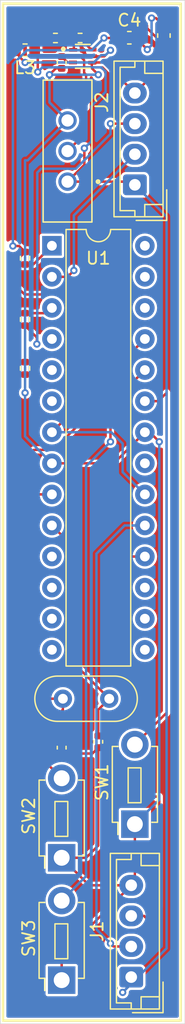
<source format=kicad_pcb>
(kicad_pcb (version 20240108) (generator "pcbnew") (generator_version "8.0")
  (layers (0 "F.Cu" signal) (31 "B.Cu" signal) (34 "B.Paste" user) (35 "F.Paste" user) (36 "B.SilkS" user "B.Silkscreen") (37 "F.SilkS" user "F.Silkscreen") (38 "B.Mask" user) (39 "F.Mask" user) (44 "Edge.Cuts" user))
  (net 0 "")
  (net 1 "Net-(U1-XTAL1{slash}PB6)")
  (net 2 "GND")
  (net 3 "Net-(U1-XTAL2{slash}PB7)")
  (net 4 "os1")
  (net 5 "os2")
  (net 6 "tx")
  (net 7 "rx")
  (net 8 "Net-(U1-~{RESET}{slash}PC6)")
  (net 9 "Net-(U1-PD1)")
  (net 13 "middle")
  (net 17 "left")
  (net 26 "Net-(C4-Pad2)")
  (net 27 "Net-(U3-SW)")
  (net 28 "Net-(U3-FB)")
  (net 29 "Net-(U3-EN)")
  (net 30 "Right")
  (net 31 "vcc2")
  (net 32 "vcc1")
  (footprint "Resistor_SMD:R_0402_1005Metric" (layer "F.Cu") (at 106 86 90)
    (property "Reference" "R1" (hide yes))
    (property "Value" "10k")
    (fp_line (start -0.153641 -0.38) (end 0.153641 -0.38) (stroke (width 0.12)) (layer "F.SilkS"))
    (fp_line (start -0.153641 0.38) (end 0.153641 0.38) (stroke (width 0.12)) (layer "F.SilkS"))
    (pad "1" smd roundrect (at -0.51 0 90) (size 0.54 0.64) (layers "F.Cu" "F.Paste" "F.Mask") (net 8 "Net-(U1-~{RESET}{slash}PC6)"))
    (pad "2" smd roundrect (at 0.51 0 90) (size 0.54 0.64) (layers "F.Cu" "F.Paste" "F.Mask") (net 31 "vcc2"))
  )
  (footprint "Crystal:Crystal_HC52-8mm_Vertical" (layer "F.Cu") (at 112.9 122 180)
    (property "Reference" "Y2" (hide yes))
    (property "Value" "Crystal")
    (fp_line (start -0.45 1.85) (end 4.25 1.85) (stroke (width 0.12)) (layer "F.SilkS"))
    (fp_line (start -0.45 -1.85) (end 4.25 -1.85) (stroke (width 0.12)) (layer "F.SilkS"))
    (fp_arc (start 4.25 -1.85) (mid 6.1 0) (end 4.25 1.85) (stroke (width 0.12)) (layer "F.SilkS"))
    (fp_arc (start -0.45 1.85) (mid -2.3 0) (end -0.45 -1.85) (stroke (width 0.12)) (layer "F.SilkS"))
    (pad "1" thru_hole circle (at 0 0 180) (size 1.5 1.5) (drill 0.8) (layers "*.Cu" "*.Mask") (net 3 "Net-(U1-XTAL2{slash}PB7)"))
    (pad "2" thru_hole circle (at 3.8 0 180) (size 1.5 1.5) (drill 0.8) (layers "*.Cu" "*.Mask") (net 1 "Net-(U1-XTAL1{slash}PB6)"))
  )
  (footprint "Connector_JST:JST_EH_B4B-EH-A_1x04_P2.50mm_Vertical" (layer "F.Cu") (at 114.7 144.75 90)
    (property "Reference" "J1" (at 3.75 -2.8 90) (layer "F.SilkS"))
    (property "Value" "Conn_01x04_Socket" (hide yes))
    (fp_line (start 10.11 -1.71) (end -2.61 -1.71) (stroke (width 0.12)) (layer "F.SilkS"))
    (fp_line (start -2.61 -1.71) (end -2.61 2.31) (stroke (width 0.12)) (layer "F.SilkS"))
    (fp_line (start 9.61 -1.21) (end 9.61 0) (stroke (width 0.12)) (layer "F.SilkS"))
    (fp_line (start -2.11 -1.21) (end 9.61 -1.21) (stroke (width 0.12)) (layer "F.SilkS"))
    (fp_line (start 9.61 0) (end 10.11 0) (stroke (width 0.12)) (layer "F.SilkS"))
    (fp_line (start -2.11 0) (end -2.11 -1.21) (stroke (width 0.12)) (layer "F.SilkS"))
    (fp_line (start -2.61 0) (end -2.11 0) (stroke (width 0.12)) (layer "F.SilkS"))
    (fp_line (start -2.91 0.11) (end -2.91 2.61) (stroke (width 0.12)) (layer "F.SilkS"))
    (fp_line (start 10.11 0.81) (end 9.11 0.81) (stroke (width 0.12)) (layer "F.SilkS"))
    (fp_line (start 9.11 0.81) (end 9.11 2.31) (stroke (width 0.12)) (layer "F.SilkS"))
    (fp_line (start -1.61 0.81) (end -1.61 2.31) (stroke (width 0.12)) (layer "F.SilkS"))
    (fp_line (start -2.61 0.81) (end -1.61 0.81) (stroke (width 0.12)) (layer "F.SilkS"))
    (fp_line (start 10.11 2.31) (end 10.11 -1.71) (stroke (width 0.12)) (layer "F.SilkS"))
    (fp_line (start -2.61 2.31) (end 10.11 2.31) (stroke (width 0.12)) (layer "F.SilkS"))
    (fp_line (start -2.91 2.61) (end -0.41 2.61) (stroke (width 0.12)) (layer "F.SilkS"))
    (pad "1" thru_hole roundrect (at 0 0 90) (size 1.7 1.95) (drill 0.95) (layers "*.Cu" "*.Mask") (roundrect_rratio 0.147059) (net 32 "vcc1"))
    (pad "2" thru_hole oval (at 2.5 0 90) (size 1.7 1.95) (drill 0.95) (layers "*.Cu" "*.Mask") (net 4 "os1"))
    (pad "3" thru_hole oval (at 5 0 90) (size 1.7 1.95) (drill 0.95) (layers "*.Cu" "*.Mask") (net 5 "os2"))
    (pad "4" thru_hole oval (at 7.5 0 90) (size 1.7 1.95) (drill 0.95) (layers "*.Cu" "*.Mask") (net 2 "GND"))
  )
  (footprint "EG1218:SW_EG1218" (layer "F.Cu") (at 109.48 77.24 90)
    (property "Reference" "S2" (hide yes))
    (property "Value" "EG1218")
    (fp_line (start -5.8 -2) (end 5.8 -2) (stroke (width 0.127)) (layer "F.SilkS"))
    (fp_line (start 5.8 2) (end 5.8 -2) (stroke (width 0.127)) (layer "F.SilkS"))
    (fp_line (start -5.8 2) (end -5.8 -2) (stroke (width 0.127)) (layer "F.SilkS"))
    (fp_line (start -5.8 2) (end 5.8 2) (stroke (width 0.127)) (layer "F.SilkS"))
    (fp_circle (center -2.5 2.5) (end -2.5 2.4) (stroke (width 0.2)) (fill none) (layer "F.SilkS"))
    (pad "1" thru_hole circle (at -2.5 0 90) (size 1.508 1.508) (drill 1) (layers "*.Cu" "*.Mask") (net 32 "vcc1"))
    (pad "2" thru_hole circle (at 0 0 90) (size 1.508 1.508) (drill 1) (layers "*.Cu" "*.Mask") (net 29 "Net-(U3-EN)"))
    (pad "3" thru_hole circle (at 2.5 0 90) (size 1.508 1.508) (drill 1) (layers "*.Cu" "*.Mask") (net 2 "GND"))
  )
  (footprint "Package_DIP:DIP-28_W7.62mm" (layer "F.Cu") (at 108.2 84.98)
    (property "Reference" "U1" (at 3.8 1.02 0) (layer "F.SilkS"))
    (property "Value" "ATmega328P-P" (hide yes))
    (fp_line (start 1.16 -1.33) (end 1.16 34.35) (stroke (width 0.12)) (layer "F.SilkS"))
    (fp_line (start 1.16 34.35) (end 6.46 34.35) (stroke (width 0.12)) (layer "F.SilkS"))
    (fp_line (start 2.81 -1.33) (end 1.16 -1.33) (stroke (width 0.12)) (layer "F.SilkS"))
    (fp_line (start 6.46 -1.33) (end 4.81 -1.33) (stroke (width 0.12)) (layer "F.SilkS"))
    (fp_line (start 6.46 34.35) (end 6.46 -1.33) (stroke (width 0.12)) (layer "F.SilkS"))
    (fp_arc (start 4.81 -1.33) (mid 3.81 -0.33) (end 2.81 -1.33) (stroke (width 0.12)) (layer "F.SilkS"))
    (pad "1" thru_hole rect (at 0 0) (size 1.6 1.6) (drill 0.8) (layers "*.Cu" "*.Mask") (net 8 "Net-(U1-~{RESET}{slash}PC6)"))
    (pad "2" thru_hole oval (at 0 2.54) (size 1.6 1.6) (drill 0.8) (layers "*.Cu" "*.Mask") (net 6 "tx"))
    (pad "3" thru_hole oval (at 0 5.08) (size 1.6 1.6) (drill 0.8) (layers "*.Cu" "*.Mask") (net 9 "Net-(U1-PD1)"))
    (pad "4" thru_hole oval (at 0 7.62) (size 1.6 1.6) (drill 0.8) (layers "*.Cu" "*.Mask"))
    (pad "5" thru_hole oval (at 0 10.16) (size 1.6 1.6) (drill 0.8) (layers "*.Cu" "*.Mask"))
    (pad "6" thru_hole oval (at 0 12.7) (size 1.6 1.6) (drill 0.8) (layers "*.Cu" "*.Mask"))
    (pad "7" thru_hole oval (at 0 15.24) (size 1.6 1.6) (drill 0.8) (layers "*.Cu" "*.Mask") (net 31 "vcc2"))
    (pad "8" thru_hole oval (at 0 17.78) (size 1.6 1.6) (drill 0.8) (layers "*.Cu" "*.Mask") (net 2 "GND"))
    (pad "9" thru_hole oval (at 0 20.32) (size 1.6 1.6) (drill 0.8) (layers "*.Cu" "*.Mask") (net 1 "Net-(U1-XTAL1{slash}PB6)"))
    (pad "10" thru_hole oval (at 0 22.86) (size 1.6 1.6) (drill 0.8) (layers "*.Cu" "*.Mask") (net 3 "Net-(U1-XTAL2{slash}PB7)"))
    (pad "11" thru_hole oval (at 0 25.4) (size 1.6 1.6) (drill 0.8) (layers "*.Cu" "*.Mask"))
    (pad "12" thru_hole oval (at 0 27.94) (size 1.6 1.6) (drill 0.8) (layers "*.Cu" "*.Mask"))
    (pad "13" thru_hole oval (at 0 30.48) (size 1.6 1.6) (drill 0.8) (layers "*.Cu" "*.Mask"))
    (pad "14" thru_hole oval (at 0 33.02) (size 1.6 1.6) (drill 0.8) (layers "*.Cu" "*.Mask"))
    (pad "15" thru_hole oval (at 7.62 33.02) (size 1.6 1.6) (drill 0.8) (layers "*.Cu" "*.Mask"))
    (pad "16" thru_hole oval (at 7.62 30.48) (size 1.6 1.6) (drill 0.8) (layers "*.Cu" "*.Mask"))
    (pad "17" thru_hole oval (at 7.62 27.94) (size 1.6 1.6) (drill 0.8) (layers "*.Cu" "*.Mask"))
    (pad "18" thru_hole oval (at 7.62 25.4) (size 1.6 1.6) (drill 0.8) (layers "*.Cu" "*.Mask") (net 5 "os2"))
    (pad "19" thru_hole oval (at 7.62 22.86) (size 1.6 1.6) (drill 0.8) (layers "*.Cu" "*.Mask") (net 4 "os1"))
    (pad "20" thru_hole oval (at 7.62 20.32) (size 1.6 1.6) (drill 0.8) (layers "*.Cu" "*.Mask") (net 31 "vcc2"))
    (pad "21" thru_hole oval (at 7.62 17.78) (size 1.6 1.6) (drill 0.8) (layers "*.Cu" "*.Mask"))
    (pad "22" thru_hole oval (at 7.62 15.24) (size 1.6 1.6) (drill 0.8) (layers "*.Cu" "*.Mask") (net 2 "GND"))
    (pad "23" thru_hole oval (at 7.62 12.7) (size 1.6 1.6) (drill 0.8) (layers "*.Cu" "*.Mask") (net 17 "left"))
    (pad "24" thru_hole oval (at 7.62 10.16) (size 1.6 1.6) (drill 0.8) (layers "*.Cu" "*.Mask") (net 30 "Right"))
    (pad "25" thru_hole oval (at 7.62 7.62) (size 1.6 1.6) (drill 0.8) (layers "*.Cu" "*.Mask") (net 13 "middle"))
    (pad "26" thru_hole oval (at 7.62 5.08) (size 1.6 1.6) (drill 0.8) (layers "*.Cu" "*.Mask"))
    (pad "27" thru_hole oval (at 7.62 2.54) (size 1.6 1.6) (drill 0.8) (layers "*.Cu" "*.Mask"))
    (pad "28" thru_hole oval (at 7.62 0) (size 1.6 1.6) (drill 0.8) (layers "*.Cu" "*.Mask"))
  )
  (footprint "Resistor_SMD:R_0402_1005Metric" (layer "F.Cu") (at 106 95 -90)
    (property "Reference" "R3" (hide yes))
    (property "Value" "1k")
    (fp_line (start -0.153641 0.38) (end 0.153641 0.38) (stroke (width 0.12)) (layer "F.SilkS"))
    (fp_line (start -0.153641 -0.38) (end 0.153641 -0.38) (stroke (width 0.12)) (layer "F.SilkS"))
    (pad "1" smd roundrect (at -0.51 0 270) (size 0.54 0.64) (layers "F.Cu" "F.Paste" "F.Mask") (net 7 "rx"))
    (pad "2" smd roundrect (at 0.51 0 270) (size 0.54 0.64) (layers "F.Cu" "F.Paste" "F.Mask") (net 2 "GND"))
  )
  (footprint "Capacitor_SMD:C_0402_1005Metric" (layer "F.Cu") (at 109 70 90)
    (property "Reference" "C3" (hide yes))
    (property "Value" "10u")
    (fp_line (start -0.107836 -0.36) (end 0.107836 -0.36) (stroke (width 0.12)) (layer "F.SilkS"))
    (fp_line (start -0.107836 0.36) (end 0.107836 0.36) (stroke (width 0.12)) (layer "F.SilkS"))
    (pad "1" smd roundrect (at -0.48 0 90) (size 0.56 0.62) (layers "F.Cu" "F.Paste" "F.Mask") (net 2 "GND"))
    (pad "2" smd roundrect (at 0.48 0 90) (size 0.56 0.62) (layers "F.Cu" "F.Paste" "F.Mask") (net 32 "vcc1"))
  )
  (footprint "Resistor_SMD:R_0402_1005Metric" (layer "F.Cu") (at 110.51 68)
    (property "Reference" "R4" (hide yes))
    (property "Value" "732k")
    (fp_line (start -0.153641 -0.38) (end 0.153641 -0.38) (stroke (width 0.12)) (layer "F.SilkS"))
    (fp_line (start -0.153641 0.38) (end 0.153641 0.38) (stroke (width 0.12)) (layer "F.SilkS"))
    (pad "1" smd roundrect (at -0.51 0) (size 0.54 0.64) (layers "F.Cu" "F.Paste" "F.Mask") (net 28 "Net-(U3-FB)"))
    (pad "2" smd roundrect (at 0.51 0) (size 0.54 0.64) (layers "F.Cu" "F.Paste" "F.Mask") (net 31 "vcc2"))
  )
  (footprint "Resistor_SMD:R_0402_1005Metric" (layer "F.Cu") (at 108.49 68)
    (property "Reference" "R5" (hide yes))
    (property "Value" "100k")
    (fp_line (start -0.153641 -0.38) (end 0.153641 -0.38) (stroke (width 0.12)) (layer "F.SilkS"))
    (fp_line (start -0.153641 0.38) (end 0.153641 0.38) (stroke (width 0.12)) (layer "F.SilkS"))
    (pad "1" smd roundrect (at -0.51 0) (size 0.54 0.64) (layers "F.Cu" "F.Paste" "F.Mask") (net 2 "GND"))
    (pad "2" smd roundrect (at 0.51 0) (size 0.54 0.64) (layers "F.Cu" "F.Paste" "F.Mask") (net 28 "Net-(U3-FB)"))
  )
  (footprint "Capacitor_SMD:C_0402_1005Metric" (layer "F.Cu") (at 109 126 90)
    (property "Reference" "C1" (hide yes))
    (property "Value" "22p")
    (fp_line (start -0.107836 -0.36) (end 0.107836 -0.36) (stroke (width 0.12)) (layer "F.SilkS"))
    (fp_line (start -0.107836 0.36) (end 0.107836 0.36) (stroke (width 0.12)) (layer "F.SilkS"))
    (pad "1" smd roundrect (at -0.48 0 90) (size 0.56 0.62) (layers "F.Cu" "F.Paste" "F.Mask") (net 2 "GND"))
    (pad "2" smd roundrect (at 0.48 0 90) (size 0.56 0.62) (layers "F.Cu" "F.Paste" "F.Mask") (net 1 "Net-(U1-XTAL1{slash}PB6)"))
  )
  (footprint "Capacitor_SMD:C_0603_1608Metric" (layer "F.Cu") (at 117.38 67.8 -90)
    (property "Reference" "C5" (hide yes))
    (property "Value" "22u")
    (fp_line (start -0.14058 0.51) (end 0.14058 0.51) (stroke (width 0.12)) (layer "F.SilkS"))
    (fp_line (start -0.14058 -0.51) (end 0.14058 -0.51) (stroke (width 0.12)) (layer "F.SilkS"))
    (pad "1" smd roundrect (at -0.775 0 270) (size 0.9 0.95) (layers "F.Cu" "F.Paste" "F.Mask") (net 26 "Net-(C4-Pad2)"))
    (pad "2" smd roundrect (at 0.775 0 270) (size 0.9 0.95) (layers "F.Cu" "F.Paste" "F.Mask") (net 2 "GND"))
  )
  (footprint "Connector_JST:JST_EH_B4B-EH-A_1x04_P2.50mm_Vertical" (layer "F.Cu") (at 115 80 90)
    (property "Reference" "J2" (at 6.75 -2.71 90) (layer "F.SilkS"))
    (property "Value" "Conn_01x04_Socket" (hide yes))
    (fp_line (start 10.11 -1.71) (end -2.61 -1.71) (stroke (width 0.12)) (layer "F.SilkS"))
    (fp_line (start -2.61 -1.71) (end -2.61 2.31) (stroke (width 0.12)) (layer "F.SilkS"))
    (fp_line (start 9.61 -1.21) (end 9.61 0) (stroke (width 0.12)) (layer "F.SilkS"))
    (fp_line (start -2.11 -1.21) (end 9.61 -1.21) (stroke (width 0.12)) (layer "F.SilkS"))
    (fp_line (start 9.61 0) (end 10.11 0) (stroke (width 0.12)) (layer "F.SilkS"))
    (fp_line (start -2.11 0) (end -2.11 -1.21) (stroke (width 0.12)) (layer "F.SilkS"))
    (fp_line (start -2.61 0) (end -2.11 0) (stroke (width 0.12)) (layer "F.SilkS"))
    (fp_line (start -2.91 0.11) (end -2.91 2.61) (stroke (width 0.12)) (layer "F.SilkS"))
    (fp_line (start 10.11 0.81) (end 9.11 0.81) (stroke (width 0.12)) (layer "F.SilkS"))
    (fp_line (start 9.11 0.81) (end 9.11 2.31) (stroke (width 0.12)) (layer "F.SilkS"))
    (fp_line (start -1.61 0.81) (end -1.61 2.31) (stroke (width 0.12)) (layer "F.SilkS"))
    (fp_line (start -2.61 0.81) (end -1.61 0.81) (stroke (width 0.12)) (layer "F.SilkS"))
    (fp_line (start 10.11 2.31) (end 10.11 -1.71) (stroke (width 0.12)) (layer "F.SilkS"))
    (fp_line (start -2.61 2.31) (end 10.11 2.31) (stroke (width 0.12)) (layer "F.SilkS"))
    (fp_line (start -2.91 2.61) (end -0.41 2.61) (stroke (width 0.12)) (layer "F.SilkS"))
    (pad "1" thru_hole roundrect (at 0 0 90) (size 1.7 1.95) (drill 0.95) (layers "*.Cu" "*.Mask") (roundrect_rratio 0.147059) (net 32 "vcc1"))
    (pad "2" thru_hole oval (at 2.5 0 90) (size 1.7 1.95) (drill 0.95) (layers "*.Cu" "*.Mask") (net 6 "tx"))
    (pad "3" thru_hole oval (at 5 0 90) (size 1.7 1.95) (drill 0.95) (layers "*.Cu" "*.Mask") (net 7 "rx"))
    (pad "4" thru_hole oval (at 7.5 0 90) (size 1.7 1.95) (drill 0.95) (layers "*.Cu" "*.Mask") (net 2 "GND"))
  )
  (footprint "Button_Switch_THT:SW_PUSH_1P1T_6x3.5mm_H4.3_APEM_MJTP1243" (layer "F.Cu") (at 115 132.25 90)
    (property "Reference" "SW1" (at 3.42 -2.7 90) (layer "F.SilkS"))
    (property "Value" "SW_Push")
    (fp_line (start 6.35 -1.85) (end 0.15 -1.85) (stroke (width 0.12)) (layer "F.SilkS"))
    (fp_line (start 6.35 -1.85) (end 6.35 -1.39) (stroke (width 0.12)) (layer "F.SilkS"))
    (fp_line (start 0.15 -1.85) (end 0.15 -1.39) (stroke (width 0.12)) (layer "F.SilkS"))
    (fp_line (start 0.15 -1.39) (end -0.85 -1.39) (stroke (width 0.12)) (layer "F.SilkS"))
    (fp_line (start 6.35 1.39) (end 6.35 1.85) (stroke (width 0.12)) (layer "F.SilkS"))
    (fp_line (start 0.15 1.39) (end 0.15 1.85) (stroke (width 0.12)) (layer "F.SilkS"))
    (fp_line (start 0.15 1.85) (end 6.35 1.85) (stroke (width 0.12)) (layer "F.SilkS"))
    (fp_rect (start 1.75 -0.55) (end 4.6 0.5) (stroke (width 0.12)) (fill none) (layer "F.SilkS"))
    (pad "1" thru_hole rect (at 0 0 180) (size 2.25 2.25) (drill 1.3) (layers "*.Cu" "*.Mask") (net 2 "GND"))
    (pad "2" thru_hole circle (at 6.5 0 180) (size 2.25 2.25) (drill 1.3) (layers "*.Cu" "*.Mask") (net 17 "left"))
  )
  (footprint "TPS61023DRLT:SOT50P160X60-6N" (layer "F.Cu") (at 110.735 69.5)
    (property "Reference" "U3" (hide yes))
    (property "Value" "TPS61023DRLT" (hide yes))
    (fp_line (start -0.6 -0.975) (end 0.6 -0.975) (stroke (width 0.127)) (layer "F.SilkS"))
    (fp_line (start -0.6 0.975) (end 0.6 0.975) (stroke (width 0.127)) (layer "F.SilkS"))
    (fp_circle (center -1.6 -0.6) (end -1.6 -0.7) (stroke (width 0.2)) (fill none) (layer "F.SilkS"))
    (pad "1" smd rect (at -0.79 -0.53) (size 0.66 0.31) (layers "F.Cu" "F.Paste" "F.Mask") (net 28 "Net-(U3-FB)"))
    (pad "2" smd rect (at -0.8 -0.01) (size 0.66 0.31) (layers "F.Cu" "F.Paste" "F.Mask") (net 29 "Net-(U3-EN)"))
    (pad "3" smd rect (at -0.82 0.5) (size 0.66 0.31) (layers "F.Cu" "F.Paste" "F.Mask") (net 32 "vcc1"))
    (pad "4" smd rect (at 0.78 0.52) (size 0.66 0.31) (layers "F.Cu" "F.Paste" "F.Mask") (net 2 "GND"))
    (pad "5" smd rect (at 0.83 -0.01) (size 0.66 0.31) (layers "F.Cu" "F.Paste" "F.Mask") (net 27 "Net-(U3-SW)"))
    (pad "6" smd rect (at 0.79 -0.55) (size 0.66 0.31) (layers "F.Cu" "F.Paste" "F.Mask") (net 31 "vcc2"))
  )
  (footprint "Inductor_SMD:L_0603_1608Metric" (layer "F.Cu") (at 106 69 180)
    (property "Reference" "L3" (at 0 -1.43 180) (layer "F.SilkS"))
    (property "Value" "1u")
    (fp_line (start -0.162779 0.51) (end 0.162779 0.51) (stroke (width 0.12)) (layer "F.SilkS"))
    (fp_line (start -0.162779 -0.51) (end 0.162779 -0.51) (stroke (width 0.12)) (layer "F.SilkS"))
    (pad "1" smd roundrect (at -0.7875 0 180) (size 0.875 0.95) (layers "F.Cu" "F.Paste" "F.Mask") (net 32 "vcc1"))
    (pad "2" smd roundrect (at 0.7875 0 180) (size 0.875 0.95) (layers "F.Cu" "F.Paste" "F.Mask") (net 27 "Net-(U3-SW)"))
  )
  (footprint "Button_Switch_THT:SW_PUSH_1P1T_6x3.5mm_H4.3_APEM_MJTP1243" (layer "F.Cu") (at 109 135 90)
    (property "Reference" "SW2" (at 3.42 -2.7 90) (layer "F.SilkS"))
    (property "Value" "SW_Push")
    (fp_line (start 6.35 -1.85) (end 0.15 -1.85) (stroke (width 0.12)) (layer "F.SilkS"))
    (fp_line (start 6.35 -1.85) (end 6.35 -1.39) (stroke (width 0.12)) (layer "F.SilkS"))
    (fp_line (start 0.15 -1.85) (end 0.15 -1.39) (stroke (width 0.12)) (layer "F.SilkS"))
    (fp_line (start 0.15 -1.39) (end -0.85 -1.39) (stroke (width 0.12)) (layer "F.SilkS"))
    (fp_line (start 6.35 1.39) (end 6.35 1.85) (stroke (width 0.12)) (layer "F.SilkS"))
    (fp_line (start 0.15 1.39) (end 0.15 1.85) (stroke (width 0.12)) (layer "F.SilkS"))
    (fp_line (start 0.15 1.85) (end 6.35 1.85) (stroke (width 0.12)) (layer "F.SilkS"))
    (fp_rect (start 1.75 -0.55) (end 4.6 0.5) (stroke (width 0.12)) (fill none) (layer "F.SilkS"))
    (pad "1" thru_hole rect (at 0 0 180) (size 2.25 2.25) (drill 1.3) (layers "*.Cu" "*.Mask") (net 2 "GND"))
    (pad "2" thru_hole circle (at 6.5 0 180) (size 2.25 2.25) (drill 1.3) (layers "*.Cu" "*.Mask") (net 13 "middle"))
  )
  (footprint "Button_Switch_THT:SW_PUSH_1P1T_6x3.5mm_H4.3_APEM_MJTP1243" (layer "F.Cu") (at 109 145 90)
    (property "Reference" "SW3" (at 3.42 -2.7 90) (layer "F.SilkS"))
    (property "Value" "SW_Push" (hide yes))
    (fp_line (start 6.35 -1.85) (end 0.15 -1.85) (stroke (width 0.12)) (layer "F.SilkS"))
    (fp_line (start 6.35 -1.85) (end 6.35 -1.39) (stroke (width 0.12)) (layer "F.SilkS"))
    (fp_line (start 0.15 -1.85) (end 0.15 -1.39) (stroke (width 0.12)) (layer "F.SilkS"))
    (fp_line (start 0.15 -1.39) (end -0.85 -1.39) (stroke (width 0.12)) (layer "F.SilkS"))
    (fp_line (start 6.35 1.39) (end 6.35 1.85) (stroke (width 0.12)) (layer "F.SilkS"))
    (fp_line (start 0.15 1.39) (end 0.15 1.85) (stroke (width 0.12)) (layer "F.SilkS"))
    (fp_line (start 0.15 1.85) (end 6.35 1.85) (stroke (width 0.12)) (layer "F.SilkS"))
    (fp_rect (start 1.75 -0.55) (end 4.6 0.5) (stroke (width 0.12)) (fill none) (layer "F.SilkS"))
    (pad "1" thru_hole rect (at 0 0 180) (size 2.25 2.25) (drill 1.3) (layers "*.Cu" "*.Mask") (net 2 "GND"))
    (pad "2" thru_hole circle (at 6.5 0 180) (size 2.25 2.25) (drill 1.3) (layers "*.Cu" "*.Mask") (net 30 "Right"))
  )
  (footprint "Capacitor_SMD:C_0402_1005Metric" (layer "F.Cu") (at 112 125.52 -90)
    (property "Reference" "C2" (hide yes))
    (property "Value" "22p")
    (fp_line (start -0.107836 0.36) (end 0.107836 0.36) (stroke (width 0.12)) (layer "F.SilkS"))
    (fp_line (start -0.107836 -0.36) (end 0.107836 -0.36) (stroke (width 0.12)) (layer "F.SilkS"))
    (pad "1" smd roundrect (at -0.48 0 270) (size 0.56 0.62) (layers "F.Cu" "F.Paste" "F.Mask") (net 3 "Net-(U1-XTAL2{slash}PB7)"))
    (pad "2" smd roundrect (at 0.48 0 270) (size 0.56 0.62) (layers "F.Cu" "F.Paste" "F.Mask") (net 2 "GND"))
  )
  (footprint "Capacitor_SMD:C_0603_1608Metric" (layer "F.Cu") (at 114.545 67.98)
    (property "Reference" "C4" (at 0 -1.43 360) (layer "F.SilkS"))
    (property "Value" "22u")
    (fp_line (start -0.14058 -0.51) (end 0.14058 -0.51) (stroke (width 0.12)) (layer "F.SilkS"))
    (fp_line (start -0.14058 0.51) (end 0.14058 0.51) (stroke (width 0.12)) (layer "F.SilkS"))
    (pad "1" smd roundrect (at -0.775 0) (size 0.9 0.95) (layers "F.Cu" "F.Paste" "F.Mask") (net 31 "vcc2"))
    (pad "2" smd roundrect (at 0.775 0) (size 0.9 0.95) (layers "F.Cu" "F.Paste" "F.Mask") (net 26 "Net-(C4-Pad2)"))
  )
  (footprint "Resistor_SMD:R_0402_1005Metric" (layer "F.Cu") (at 106 91 90)
    (property "Reference" "R2" (hide yes))
    (property "Value" "2k")
    (fp_line (start -0.153641 -0.38) (end 0.153641 -0.38) (stroke (width 0.12)) (layer "F.SilkS"))
    (fp_line (start -0.153641 0.38) (end 0.153641 0.38) (stroke (width 0.12)) (layer "F.SilkS"))
    (pad "1" smd roundrect (at -0.51 0 90) (size 0.54 0.64) (layers "F.Cu" "F.Paste" "F.Mask") (net 7 "rx"))
    (pad "2" smd roundrect (at 0.51 0 90) (size 0.54 0.64) (layers "F.Cu" "F.Paste" "F.Mask") (net 9 "Net-(U1-PD1)"))
  )
  (gr_rect (start 104.19 65.19) (end 118.76 148.31) (stroke (width 0.2)) (fill none) (layer "F.SilkS"))
  (gr_rect (start 103.97 64.92) (end 119.1 148.57) (stroke (width 0.05)) (fill none) (layer "Edge.Cuts"))
  (segment (start 109.1 122) (end 109.1 122.9) (width 0.2) (layer "F.Cu") (net 1))
  (segment (start 108 122) (end 106 120) (width 0.2) (layer "F.Cu") (net 1))
  (segment (start 109.1 122.9) (end 109 123) (width 0.2) (layer "F.Cu") (net 1))
  (segment (start 106 106) (end 106.7 105.3) (width 0.2) (layer "F.Cu") (net 1))
  (segment (start 106 120) (end 106 106) (width 0.2) (layer "F.Cu") (net 1))
  (segment (start 109.1 122) (end 108 122) (width 0.2) (layer "F.Cu") (net 1))
  (segment (start 106.7 105.3) (end 108.2 105.3) (width 0.2) (layer "F.Cu") (net 1))
  (segment (start 109 123) (end 109 125.52) (width 0.2) (layer "F.Cu") (net 1))
  (segment (start 109 145) (end 109 142.95) (width 0.2) (layer "F.Cu") (net 2))
  (segment (start 115 132.25) (end 115 136.95) (width 0.2) (layer "F.Cu") (net 2))
  (segment (start 111.47 70) (end 112.5 70) (width 0.2) (layer "F.Cu") (net 2))
  (segment (start 114.48 71.98) (end 115 72.5) (width 0.2) (layer "F.Cu") (net 2))
  (segment (start 109 135) (end 111.25 137.25) (width 0.2) (layer "F.Cu") (net 2))
  (segment (start 114.7 137.25) (end 111.25 137.25) (width 0.2) (layer "F.Cu") (net 2))
  (segment (start 113.28 102.76) (end 115.82 100.22) (width 0.2) (layer "F.Cu") (net 2))
  (segment (start 111.52 126.48) (end 112 126) (width 0.2) (layer "F.Cu") (net 2))
  (segment (start 116.22 100.22) (end 117 101) (width 0.2) (layer "F.Cu") (net 2))
  (segment (start 116 67) (end 116 67.195) (width 0.2) (layer "F.Cu") (net 2))
  (segment (start 108 67) (end 116 67) (width 0.2) (layer "F.Cu") (net 2))
  (segment (start 107.98 67.02) (end 108 67) (width 0.2) (layer "F.Cu") (net 2))
  (segment (start 115 136.95) (end 114.7 137.25) (width 0.2) (layer "F.Cu") (net 2))
  (segment (start 108.52 70.48) (end 108 71) (width 0.2) (layer "F.Cu") (net 2))
  (segment (start 111.47 70.47) (end 112 71) (width 0.2) (layer "F.Cu") (net 2))
  (segment (start 111.47 70.03) (end 111.47 70.47) (width 0.2) (layer "F.Cu") (net 2))
  (segment (start 109 135) (end 111 135) (width 0.2) (layer "F.Cu") (net 2))
  (segment (start 111 135) (end 112 134) (width 0.2) (layer "F.Cu") (net 2))
  (segment (start 108.2 102.76) (end 113.28 102.76) (width 0.2) (layer "F.Cu") (net 2))
  (segment (start 115.82 100.22) (end 116.22 100.22) (width 0.2) (layer "F.Cu") (net 2))
  (segment (start 109 142.95) (end 114.7 137.25) (width 0.2) (layer "F.Cu") (net 2))
  (segment (start 117.38 68.575) (end 117.38 70.12) (width 0.2) (layer "F.Cu") (net 2))
  (segment (start 107.98 68) (end 107.98 67.02) (width 0.2) (layer "F.Cu") (net 2))
  (segment (start 109 126.48) (end 111.52 126.48) (width 0.2) (layer "F.Cu") (net 2))
  (segment (start 106 95.51) (end 106 97) (width 0.2) (layer "F.Cu") (net 2))
  (segment (start 112.5 70) (end 115 72.5) (width 0.2) (layer "F.Cu") (net 2))
  (segment (start 109 70.48) (end 108.52 70.48) (width 0.2) (layer "F.Cu") (net 2))
  (segment (start 112 134) (end 112 126) (width 0.2) (layer "F.Cu") (net 2))
  (segment (start 116 67.195) (end 117.38 68.575) (width 0.2) (layer "F.Cu") (net 2))
  (segment (start 117.38 70.12) (end 115 72.5) (width 0.2) (layer "F.Cu") (net 2))
  (via (at 112 71) (size 0.6) (drill 0.3) (layers "F.Cu" "B.Cu") (net 2))
  (via (at 117 101) (size 0.6) (drill 0.3) (layers "F.Cu" "B.Cu") (net 2))
  (via (at 108 71) (size 0.6) (drill 0.3) (layers "F.Cu" "B.Cu") (net 2))
  (via (at 106 97) (size 0.6) (drill 0.3) (layers "F.Cu" "B.Cu") (net 2))
  (segment (start 106 100.56) (end 108.2 102.76) (width 0.2) (layer "B.Cu") (net 2))
  (segment (start 106 97) (end 106 78) (width 0.2) (layer "B.Cu") (net 2))
  (segment (start 117 101) (end 117 130.25) (width 0.2) (layer "B.Cu") (net 2))
  (segment (start 106 97) (end 106 100.56) (width 0.2) (layer "B.Cu") (net 2))
  (segment (start 117 130.25) (end 115 132.25) (width 0.2) (layer "B.Cu") (net 2))
  (segment (start 106.22 78) (end 109.48 74.74) (width 0.2) (layer "B.Cu") (net 2))
  (segment (start 108 71) (end 108 73.26) (width 0.2) (layer "B.Cu") (net 2))
  (segment (start 106 78) (end 106.22 78) (width 0.2) (layer "B.Cu") (net 2))
  (segment (start 108 71) (end 112 71) (width 0.2) (layer "B.Cu") (net 2))
  (segment (start 108 73.26) (end 109.48 74.74) (width 0.2) (layer "B.Cu") (net 2))
  (segment (start 109.3 118.7) (end 109.3 108.94) (width 0.2) (layer "F.Cu") (net 3))
  (segment (start 109 119) (end 109.3 118.7) (width 0.2) (layer "F.Cu") (net 3))
  (segment (start 109.9 119) (end 109 119) (width 0.2) (layer "F.Cu") (net 3))
  (segment (start 112 125.04) (end 112 122.9) (width 0.2) (layer "F.Cu") (net 3))
  (segment (start 112.9 122) (end 109.9 119) (width 0.2) (layer "F.Cu") (net 3))
  (segment (start 112 122.9) (end 112.9 122) (width 0.2) (layer "F.Cu") (net 3))
  (segment (start 109.3 108.94) (end 108.2 107.84) (width 0.2) (layer "F.Cu") (net 3))
  (segment (start 114.7 142.25) (end 113.25 142.25) (width 0.2) (layer "F.Cu") (net 4))
  (segment (start 113.25 142.25) (end 113 142) (width 0.2) (layer "F.Cu") (net 4))
  (via (at 113 142) (size 0.6) (drill 0.3) (layers "F.Cu" "B.Cu") (net 4))
  (segment (start 111.85 140.85) (end 111.85 110.15) (width 0.2) (layer "B.Cu") (net 4))
  (segment (start 111.85 110.15) (end 114.16 107.84) (width 0.2) (layer "B.Cu") (net 4))
  (segment (start 114.16 107.84) (end 115.82 107.84) (width 0.2) (layer "B.Cu") (net 4))
  (segment (start 113 142) (end 111.85 140.85) (width 0.2) (layer "B.Cu") (net 4))
  (segment (start 117 139) (end 116 140) (width 0.2) (layer "F.Cu") (net 5))
  (segment (start 115.75 139.75) (end 114.7 139.75) (width 0.2) (layer "F.Cu") (net 5))
  (segment (start 113 111) (end 114 112) (width 0.2) (layer "F.Cu") (net 5))
  (segment (start 113.62 110.38) (end 113 111) (width 0.2) (layer "F.Cu") (net 5))
  (segment (start 116 140) (end 115.75 139.75) (width 0.2) (layer "F.Cu") (net 5))
  (segment (start 113.575 124.425) (end 113.575 129.575) (width 0.2) (layer "F.Cu") (net 5))
  (segment (start 113.575 129.575) (end 114 130) (width 0.2) (layer "F.Cu") (net 5))
  (segment (start 114 112) (end 114 124) (width 0.2) (layer "F.Cu") (net 5))
  (segment (start 114 130) (end 117 130) (width 0.2) (layer "F.Cu") (net 5))
  (segment (start 114 124) (end 113.575 124.425) (width 0.2) (layer "F.Cu") (net 5))
  (segment (start 115.82 110.38) (end 113.62 110.38) (width 0.2) (layer "F.Cu") (net 5))
  (segment (start 117 130) (end 117 139) (width 0.2) (layer "F.Cu") (net 5))
  (segment (start 108.2 87.52) (end 109.48 87.52) (width 0.2) (layer "F.Cu") (net 6))
  (segment (start 109.48 87.52) (end 110 87) (width 0.2) (layer "F.Cu") (net 6))
  (via (at 110 87) (size 0.6) (drill 0.3) (layers "F.Cu" "B.Cu") (net 6))
  (segment (start 110 87) (end 110 82.5) (width 0.2) (layer "B.Cu") (net 6))
  (segment (start 110 82.5) (end 115 77.5) (width 0.2) (layer "B.Cu") (net 6))
  (segment (start 115 75) (end 113 75) (width 0.2) (layer "F.Cu") (net 7))
  (segment (start 106.96671 92.47671) (end 106 91.51) (width 0.2) (layer "F.Cu") (net 7))
  (segment (start 106 91.51) (end 106 94.49) (width 0.2) (layer "F.Cu") (net 7))
  (segment (start 106.96671 93.011097) (end 106.96671 92.47671) (width 0.2) (layer "F.Cu") (net 7))
  (via (at 113 75) (size 0.6) (drill 0.3) (layers "F.Cu" "B.Cu") (net 7))
  (via (at 106.96671 93.011097) (size 0.6) (drill 0.3) (layers "F.Cu" "B.Cu") (net 7))
  (segment (start 107 79) (end 107.314 78.686) (width 0.2) (layer "B.Cu") (net 7))
  (segment (start 110.162529 78.686) (end 113 75.848529) (width 0.2) (layer "B.Cu") (net 7))
  (segment (start 107 92.977807) (end 106.96671 93.011097) (width 0.2) (layer "B.Cu") (net 7))
  (segment (start 107 79) (end 107 92.977807) (width 0.2) (layer "B.Cu") (net 7))
  (segment (start 113 75) (end 113 75.848529) (width 0.2) (layer "B.Cu") (net 7))
  (segment (start 107.314 78.686) (end 110.162529 78.686) (width 0.2) (layer "B.Cu") (net 7))
  (segment (start 106.67 86.51) (end 106 86.51) (width 0.2) (layer "F.Cu") (net 8))
  (segment (start 108.2 84.98) (end 106.67 86.51) (width 0.2) (layer "F.Cu") (net 8))
  (segment (start 107.77 90.49) (end 108.2 90.06) (width 0.2) (layer "F.Cu") (net 9))
  (segment (start 106 90.49) (end 107.77 90.49) (width 0.2) (layer "F.Cu") (net 9))
  (segment (start 108.34 101.66) (end 114.72 95.28) (width 0.2) (layer "F.Cu") (net 13))
  (segment (start 114.72 95.28) (end 114.72 93.7) (width 0.2) (layer "F.Cu") (net 13))
  (segment (start 105.4 103) (end 106.74 101.66) (width 0.2) (layer "F.Cu") (net 13))
  (segment (start 109 128.5) (end 105.4 124.9) (width 0.2) (layer "F.Cu") (net 13))
  (segment (start 106.74 101.66) (end 108.34 101.66) (width 0.2) (layer "F.Cu") (net 13))
  (segment (start 114.72 93.7) (end 115.82 92.6) (width 0.2) (layer "F.Cu") (net 13))
  (segment (start 105.4 124.9) (end 105.4 103) (width 0.2) (layer "F.Cu") (net 13))
  (segment (start 117.6 123.15) (end 117.6 97) (width 0.2) (layer "F.Cu") (net 17))
  (segment (start 115 125.75) (end 117.6 123.15) (width 0.2) (layer "F.Cu") (net 17))
  (segment (start 117.6 97) (end 116.92 97.68) (width 0.2) (layer "F.Cu") (net 17))
  (segment (start 116.92 97.68) (end 115.82 97.68) (width 0.2) (layer "F.Cu") (net 17))
  (segment (start 116.725 66.37) (end 117.38 67.025) (width 0.2) (layer "F.Cu") (net 26))
  (segment (start 115.32 67.98) (end 115.32 68.24) (width 0.2) (layer "F.Cu") (net 26))
  (segment (start 116.37 66.37) (end 116.725 66.37) (width 0.2) (layer "F.Cu") (net 26))
  (segment (start 115.32 68.24) (end 116.02 68.94) (width 0.2) (layer "F.Cu") (net 26))
  (via (at 116.37 66.37) (size 0.6) (drill 0.3) (layers "F.Cu" "B.Cu") (net 26))
  (via (at 116.02 68.94) (size 0.6) (drill 0.3) (layers "F.Cu" "B.Cu") (net 26))
  (segment (start 116.37 68.59) (end 116.37 66.37) (width 0.2) (layer "B.Cu") (net 26))
  (segment (start 116.02 68.94) (end 116.37 68.59) (width 0.2) (layer "B.Cu") (net 26))
  (segment (start 111.495 69.5) (end 112.5 69.5) (width 0.2) (layer "F.Cu") (net 27))
  (segment (start 105.515 69.515) (end 106 70) (width 0.2) (layer "F.Cu") (net 27))
  (segment (start 112.5 69.5) (end 113 69) (width 0.2) (layer "F.Cu") (net 27))
  (segment (start 105.515 69) (end 105.515 69.515) (width 0.2) (layer "F.Cu") (net 27))
  (via (at 113 69) (size 0.6) (drill 0.3) (layers "F.Cu" "B.Cu") (net 27))
  (via (at 106 70) (size 0.6) (drill 0.3) (layers "F.Cu" "B.Cu") (net 27))
  (segment (start 111.635863 70) (end 106 70) (width 0.2) (layer "B.Cu") (net 27))
  (segment (start 112.235862 69.400001) (end 111.635863 70) (width 0.2) (layer "B.Cu") (net 27))
  (segment (start 112.235862 69.400001) (end 112.599999 69.400001) (width 0.2) (layer "B.Cu") (net 27))
  (segment (start 112.599999 69.400001) (end 113 69) (width 0.2) (layer "B.Cu") (net 27))
  (segment (start 110 69) (end 110 68) (width 0.2) (layer "F.Cu") (net 28))
  (segment (start 109 68) (end 110 68) (width 0.2) (layer "F.Cu") (net 28))
  (segment (start 110 69.5) (end 110.53 69.5) (width 0.2) (layer "F.Cu") (net 29))
  (segment (start 110.84 69.81) (end 110.84 70.84) (width 0.2) (layer "F.Cu") (net 29))
  (segment (start 110.827 75.893) (end 110.827 73.827) (width 0.2) (layer "F.Cu") (net 29))
  (segment (start 110.53 69.5) (end 110.84 69.81) (width 0.2) (layer "F.Cu") (net 29))
  (segment (start 111 71) (end 111 73.654) (width 0.2) (layer "F.Cu") (net 29))
  (segment (start 109.48 77.24) (end 110.827 75.893) (width 0.2) (layer "F.Cu") (net 29))
  (segment (start 110.84 70.84) (end 111 71) (width 0.2) (layer "F.Cu") (net 29))
  (segment (start 111 73.654) (end 110.827 73.827) (width 0.2) (layer "F.Cu") (net 29))
  (segment (start 113 97.96) (end 113 101) (width 0.2) (layer "F.Cu") (net 30))
  (segment (start 115.82 95.14) (end 113 97.96) (width 0.2) (layer "F.Cu") (net 30))
  (via (at 113 101) (size 0.6) (drill 0.3) (layers "F.Cu" "B.Cu") (net 30))
  (segment (start 111 136.5) (end 109 138.5) (width 0.2) (layer "B.Cu") (net 30))
  (segment (start 113 101) (end 111 103) (width 0.2) (layer "B.Cu") (net 30))
  (segment (start 111 103) (end 111 136.5) (width 0.2) (layer "B.Cu") (net 30))
  (segment (start 105 88) (end 105 86.49) (width 0.2) (layer "F.Cu") (net 31))
  (segment (start 105.96 88.96) (end 105 88) (width 0.2) (layer "F.Cu") (net 31))
  (segment (start 113.34 68) (end 112.47 68) (width 0.2) (layer "F.Cu") (net 31))
  (segment (start 105 86.49) (end 106 85.49) (width 0.2) (layer "F.Cu") (net 31))
  (segment (start 109.96 88.96) (end 105.96 88.96) (width 0.2) (layer "F.Cu") (net 31))
  (segment (start 111 97.42) (end 111 90) (width 0.2) (layer "F.Cu") (net 31))
  (segment (start 112.47 68) (end 111.47 69) (width 0.2) (layer "F.Cu") (net 31))
  (segment (start 105 85) (end 105.51 85) (width 0.2) (layer "F.Cu") (net 31))
  (segment (start 108.2 100.22) (end 111 97.42) (width 0.2) (layer "F.Cu") (net 31))
  (segment (start 111.02 68.55) (end 111.47 69) (width 0.2) (layer "F.Cu") (net 31))
  (segment (start 111 90) (end 109.96 88.96) (width 0.2) (layer "F.Cu") (net 31))
  (segment (start 105.51 85) (end 106 85.49) (width 0.2) (layer "F.Cu") (net 31))
  (segment (start 111.02 68) (end 111.02 68.55) (width 0.2) (layer "F.Cu") (net 31))
  (via (at 112.47 68) (size 0.6) (drill 0.3) (layers "F.Cu" "B.Cu") (net 31))
  (via (at 105 85) (size 0.6) (drill 0.3) (layers "F.Cu" "B.Cu") (net 31))
  (segment (start 114 103.48) (end 115.82 105.3) (width 0.2) (layer "B.Cu") (net 31))
  (segment (start 108.2 100.22) (end 113.068529 100.22) (width 0.2) (layer "B.Cu") (net 31))
  (segment (start 113.068529 100.22) (end 114 101.151471) (width 0.2) (layer "B.Cu") (net 31))
  (segment (start 112.47 68) (end 111.47 69) (width 0.2) (layer "B.Cu") (net 31))
  (segment (start 106.151471 69) (end 105 70.151471) (width 0.2) (layer "B.Cu") (net 31))
  (segment (start 114 101.151471) (end 114 103.48) (width 0.2) (layer "B.Cu") (net 31))
  (segment (start 105 70.151471) (end 105 85) (width 0.2) (layer "B.Cu") (net 31))
  (segment (start 111.47 69) (end 106.151471 69) (width 0.2) (layer "B.Cu") (net 31))
  (segment (start 107.04 69.555) (end 106.485 69) (width 0.2) (layer "F.Cu") (net 32))
  (segment (start 110.054 70.054) (end 110 70) (width 0.2) (layer "F.Cu") (net 32))
  (segment (start 114.7 145.3) (end 114 146) (width 0.2) (layer "F.Cu") (net 32))
  (segment (start 114.7 144.75) (end 114.7 145.3) (width 0.2) (layer "F.Cu") (net 32))
  (segment (start 109.48 70) (end 109 69.52) (width 0.2) (layer "F.Cu") (net 32))
  (segment (start 107.005 69.52) (end 106.485 69) (width 0.2) (layer "F.Cu") (net 32))
  (segment (start 110 70) (end 109.48 70) (width 0.2) (layer "F.Cu") (net 32))
  (segment (start 114.74 79.74) (end 115 80) (width 0.2) (layer "F.Cu") (net 32))
  (segment (start 109 69.52) (end 107.005 69.52) (width 0.2) (layer "F.Cu") (net 32))
  (segment (start 110.86 78.36) (end 110.86 77.01) (width 0.2) (layer "F.Cu") (net 32))
  (segment (start 109.48 79.74) (end 114.74 79.74) (width 0.2) (layer "F.Cu") (net 32))
  (segment (start 107.04 70.78) (end 107.04 69.555) (width 0.2) (layer "F.Cu") (net 32))
  (segment (start 109.48 79.74) (end 110.86 78.36) (width 0.2) (layer "F.Cu") (net 32))
  (via (at 107.04 70.78) (size 0.6) (drill 0.3) (layers "F.Cu" "B.Cu") (net 32))
  (via (at 114 146) (size 0.6) (drill 0.3) (layers "F.Cu" "B.Cu") (net 32))
  (via (at 110.86 77.01) (size 0.6) (drill 0.3) (layers "F.Cu" "B.Cu") (net 32))
  (segment (start 117.6 142.4) (end 117.6 82.6) (width 0.2) (layer "B.Cu") (net 32))
  (segment (start 114 146) (end 117.6 142.4) (width 0.2) (layer "B.Cu") (net 32))
  (segment (start 112.6 70.751471) (end 112.248529 70.4) (width 0.2) (layer "B.Cu") (net 32))
  (segment (start 111.427 76.443) (end 111.427 73.578471) (width 0.2) (layer "B.Cu") (net 32))
  (segment (start 107.42 70.4) (end 107.04 70.78) (width 0.2) (layer "B.Cu") (net 32))
  (segment (start 114.72 80.28) (end 115 80) (width 0.2) (layer "B.Cu") (net 32))
  (segment (start 112.248529 70.4) (end 107.42 70.4) (width 0.2) (layer "B.Cu") (net 32))
  (segment (start 110.86 77.01) (end 111.427 76.443) (width 0.2) (layer "B.Cu") (net 32))
  (segment (start 117.6 82.6) (end 115 80) (width 0.2) (layer "B.Cu") (net 32))
  (segment (start 111.427 73.578471) (end 112.6 72.405471) (width 0.2) (layer "B.Cu") (net 32))
  (segment (start 112.6 72.405471) (end 112.6 70.751471) (width 0.2) (layer "B.Cu") (net 32))
  (zone (net 0) (net_name "") (layer "F.Cu") (connect_pads (clearance 0)) (min_thickness 0.25) (fill yes (thermal_gap 0.5) (thermal_bridge_width 0.5) (island_removal_mode 1) (island_area_min 10))
    (polygon (pts (xy 103.98 64.92) (xy 119.1 64.92) (xy 119.1 148.5) (xy 103.97 148.5)))
  )
  (zone (net 0) (net_name "") (layer "B.Cu") (priority 1) (connect_pads (clearance 0)) (min_thickness 0.25) (fill yes (thermal_gap 0.5) (thermal_bridge_width 0.5) (island_removal_mode 1) (island_area_min 10))
    (polygon (pts (xy 103.97 64.92) (xy 119.1 64.92) (xy 119.1 148.5) (xy 103.97 148.5)))
  )
)
</source>
